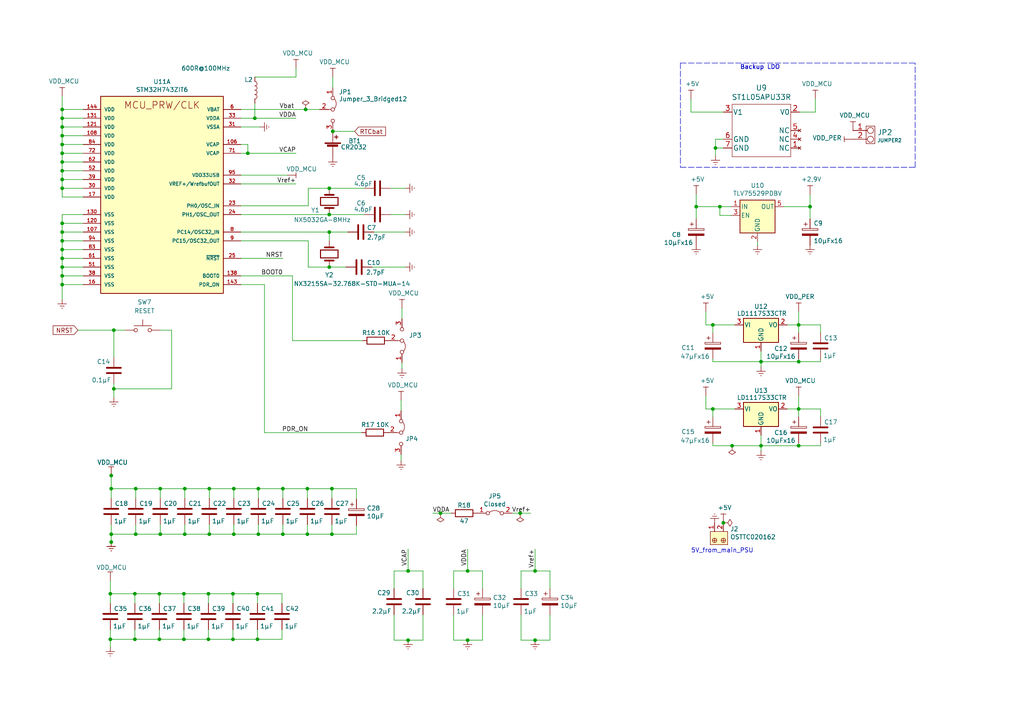
<source format=kicad_sch>
(kicad_sch (version 20211123) (generator eeschema)
  (paper "A4")
  (title_block (title "ШВУ") (date "2021-03-25") (rev "V0.3") (company "ЦВЕТМЕТНАЛАДКА") (comment 1 "Шустов В.И."))
  (junction (at 74.93 141.732))
  (junction (at 212.344 129.286))
  (junction (at 118.364 185.674))
  (junction (at 201.93 59.944))
  (junction (at 18.034 49.53))
  (junction (at 39.116 185.42))
  (junction (at 32.004 172.212))
  (junction (at 89.154 154.94))
  (junction (at 71.882 44.45))
  (junction (at 82.042 154.94))
  (junction (at 96.266 154.94))
  (junction (at 60.706 154.94))
  (junction (at 18.034 67.31))
  (junction (at 67.818 141.732))
  (junction (at 18.034 72.39))
  (junction (at 95.504 62.23))
  (junction (at 127.762 148.844))
  (junction (at 95.504 77.47))
  (junction (at 32.258 157.226))
  (junction (at 18.034 39.37))
  (junction (at 73.914 34.29))
  (junction (at 33.02 112.776))
  (junction (at 32.258 154.94))
  (junction (at 74.676 185.42))
  (junction (at 18.034 80.01))
  (junction (at 32.258 141.732))
  (junction (at 208.788 59.944))
  (junction (at 33.02 95.758))
  (junction (at 95.504 54.61))
  (junction (at 53.594 154.94))
  (junction (at 206.756 94.234))
  (junction (at 89.154 141.732))
  (junction (at 18.034 31.75))
  (junction (at 74.93 154.94))
  (junction (at 207.518 42.926))
  (junction (at 18.034 82.55))
  (junction (at 53.34 185.42))
  (junction (at 39.116 172.212))
  (junction (at 155.194 165.608))
  (junction (at 82.042 141.732))
  (junction (at 88.646 31.75))
  (junction (at 60.452 185.42))
  (junction (at 53.34 172.212))
  (junction (at 32.004 185.42))
  (junction (at 18.034 34.29))
  (junction (at 231.648 94.234))
  (junction (at 231.648 129.286))
  (junction (at 231.648 118.618))
  (junction (at 18.034 74.93))
  (junction (at 60.452 172.212))
  (junction (at 155.194 185.674))
  (junction (at 18.034 44.45))
  (junction (at 150.876 148.844))
  (junction (at 234.95 59.944))
  (junction (at 32.258 137.922))
  (junction (at 96.52 38.1))
  (junction (at 46.228 185.42))
  (junction (at 18.034 54.61))
  (junction (at 18.034 77.47))
  (junction (at 231.648 104.902))
  (junction (at 18.034 52.07))
  (junction (at 46.228 172.212))
  (junction (at 74.676 172.212))
  (junction (at 18.034 41.91))
  (junction (at 39.37 154.94))
  (junction (at 95.504 67.31))
  (junction (at 53.594 141.732))
  (junction (at 60.706 141.732))
  (junction (at 18.034 36.83))
  (junction (at 39.37 141.732))
  (junction (at 96.266 141.732))
  (junction (at 135.636 185.674))
  (junction (at 220.726 104.902))
  (junction (at 18.034 64.77))
  (junction (at 67.818 154.94))
  (junction (at 18.034 69.85))
  (junction (at 46.482 141.732))
  (junction (at 206.756 118.618))
  (junction (at 220.726 129.286))
  (junction (at 46.482 154.94))
  (junction (at 118.364 165.608))
  (junction (at 67.564 172.212))
  (junction (at 67.564 185.42))
  (junction (at 209.804 151.638))
  (junction (at 135.636 165.608))
  (junction (at 18.034 46.99))
  (wire (pts (xy 46.228 185.42) (xy 39.116 185.42)))
  (wire (pts (xy 118.364 165.608) (xy 122.682 165.608)))
  (wire (pts (xy 237.998 129.286) (xy 231.648 129.286)))
  (wire (pts (xy 69.85 41.91) (xy 71.882 41.91)))
  (wire (pts (xy 60.452 172.212) (xy 60.452 175.006)))
  (wire (pts (xy 231.648 94.234) (xy 237.998 94.234)))
  (wire (pts (xy 103.378 141.732) (xy 103.378 144.78)))
  (wire (pts (xy 227.33 59.944) (xy 234.95 59.944)))
  (wire (pts (xy 24.13 52.07) (xy 18.034 52.07)))
  (wire (pts (xy 103.378 154.94) (xy 96.266 154.94)))
  (wire (pts (xy 208.788 59.944) (xy 212.09 59.944)))
  (wire (pts (xy 67.818 154.94) (xy 67.818 152.146)))
  (wire (pts (xy 18.034 34.29) (xy 18.034 31.75)))
  (wire (pts (xy 74.93 141.732) (xy 82.042 141.732)))
  (wire (pts (xy 231.648 118.618) (xy 231.648 114.808)))
  (wire (pts (xy 231.648 96.52) (xy 231.648 94.234)))
  (polyline (pts (xy 265.43 48.514) (xy 265.43 18.288)))
  (wire (pts (xy 237.998 104.14) (xy 237.998 104.902)))
  (wire (pts (xy 24.13 64.77) (xy 18.034 64.77)))
  (wire (pts (xy 24.13 72.39) (xy 18.034 72.39)))
  (wire (pts (xy 18.034 36.83) (xy 18.034 34.29)))
  (wire (pts (xy 69.85 36.83) (xy 75.438 36.83)))
  (wire (pts (xy 18.034 64.77) (xy 18.034 67.31)))
  (wire (pts (xy 24.13 44.45) (xy 18.034 44.45)))
  (wire (pts (xy 53.594 141.732) (xy 60.706 141.732)))
  (wire (pts (xy 116.586 105.156) (xy 116.586 106.934)))
  (wire (pts (xy 220.726 106.426) (xy 220.726 104.902)))
  (wire (pts (xy 82.042 141.732) (xy 89.154 141.732)))
  (wire (pts (xy 234.95 59.944) (xy 234.95 56.388)))
  (wire (pts (xy 231.648 94.234) (xy 231.648 90.424)))
  (wire (pts (xy 206.756 94.234) (xy 213.106 94.234)))
  (wire (pts (xy 114.3 170.688) (xy 114.3 165.608)))
  (wire (pts (xy 60.452 185.42) (xy 53.34 185.42)))
  (wire (pts (xy 206.756 129.286) (xy 212.344 129.286)))
  (wire (pts (xy 53.594 154.94) (xy 46.482 154.94)))
  (wire (pts (xy 231.648 129.286) (xy 231.648 128.524)))
  (wire (pts (xy 39.37 141.732) (xy 46.482 141.732)))
  (wire (pts (xy 88.646 31.75) (xy 92.71 31.75)))
  (wire (pts (xy 24.13 41.91) (xy 18.034 41.91)))
  (wire (pts (xy 117.602 54.61) (xy 113.284 54.61)))
  (wire (pts (xy 67.818 141.732) (xy 67.818 144.526)))
  (wire (pts (xy 139.954 165.608) (xy 139.954 170.688)))
  (wire (pts (xy 231.648 118.618) (xy 237.998 118.618)))
  (wire (pts (xy 116.332 116.078) (xy 116.332 119.126)))
  (wire (pts (xy 24.13 77.47) (xy 18.034 77.47)))
  (wire (pts (xy 67.564 172.212) (xy 67.564 175.006)))
  (wire (pts (xy 69.85 67.31) (xy 95.504 67.31)))
  (wire (pts (xy 131.572 178.308) (xy 131.572 185.674)))
  (wire (pts (xy 76.708 125.476) (xy 104.902 125.476)))
  (wire (pts (xy 60.706 141.732) (xy 60.706 144.526)))
  (polyline (pts (xy 197.358 18.288) (xy 197.358 48.514)))
  (wire (pts (xy 135.636 185.674) (xy 139.954 185.674)))
  (wire (pts (xy 71.882 44.45) (xy 85.852 44.45)))
  (wire (pts (xy 206.756 104.14) (xy 206.756 104.902)))
  (wire (pts (xy 18.034 67.31) (xy 18.034 69.85)))
  (wire (pts (xy 206.756 118.618) (xy 213.106 118.618)))
  (wire (pts (xy 231.648 120.904) (xy 231.648 118.618)))
  (wire (pts (xy 18.034 49.53) (xy 18.034 46.99)))
  (wire (pts (xy 60.706 141.732) (xy 67.818 141.732)))
  (wire (pts (xy 18.034 44.45) (xy 18.034 41.91)))
  (wire (pts (xy 237.998 118.618) (xy 237.998 120.904)))
  (wire (pts (xy 96.266 154.94) (xy 96.266 152.146)))
  (wire (pts (xy 18.034 46.99) (xy 18.034 44.45)))
  (wire (pts (xy 200.406 32.512) (xy 209.804 32.512)))
  (wire (pts (xy 69.85 44.45) (xy 71.882 44.45)))
  (wire (pts (xy 69.85 69.85) (xy 89.408 69.85)))
  (wire (pts (xy 201.93 59.944) (xy 201.93 63.5)))
  (wire (pts (xy 49.784 95.758) (xy 49.784 112.776)))
  (wire (pts (xy 18.034 77.47) (xy 18.034 80.01)))
  (wire (pts (xy 201.93 56.388) (xy 201.93 59.944)))
  (wire (pts (xy 96.266 154.94) (xy 89.154 154.94)))
  (wire (pts (xy 18.034 80.01) (xy 18.034 82.55)))
  (wire (pts (xy 73.914 22.352) (xy 85.852 22.352)))
  (wire (pts (xy 46.482 154.94) (xy 46.482 152.146)))
  (wire (pts (xy 220.726 104.902) (xy 231.648 104.902)))
  (wire (pts (xy 24.13 62.23) (xy 18.034 62.23)))
  (wire (pts (xy 74.676 172.212) (xy 74.676 175.006)))
  (wire (pts (xy 220.726 129.286) (xy 231.648 129.286)))
  (wire (pts (xy 151.13 170.688) (xy 151.13 165.608)))
  (wire (pts (xy 74.676 185.42) (xy 67.564 185.42)))
  (wire (pts (xy 151.13 185.674) (xy 155.194 185.674)))
  (wire (pts (xy 89.154 141.732) (xy 89.154 144.526)))
  (wire (pts (xy 200.406 28.702) (xy 200.406 32.512)))
  (wire (pts (xy 135.636 165.608) (xy 139.954 165.608)))
  (wire (pts (xy 237.998 128.524) (xy 237.998 129.286)))
  (wire (pts (xy 107.95 77.47) (xy 117.602 77.47)))
  (wire (pts (xy 74.93 154.94) (xy 67.818 154.94)))
  (wire (pts (xy 135.636 159.258) (xy 135.636 165.608)))
  (wire (pts (xy 207.518 40.386) (xy 207.518 42.926)))
  (wire (pts (xy 237.998 94.234) (xy 237.998 96.52)))
  (wire (pts (xy 96.52 38.1) (xy 102.87 38.1)))
  (wire (pts (xy 204.724 118.618) (xy 204.724 114.808)))
  (wire (pts (xy 39.37 141.732) (xy 39.37 144.526)))
  (wire (pts (xy 46.228 172.212) (xy 46.228 175.006)))
  (wire (pts (xy 89.408 77.47) (xy 95.504 77.47)))
  (wire (pts (xy 114.3 185.674) (xy 118.364 185.674)))
  (wire (pts (xy 155.194 165.608) (xy 159.512 165.608)))
  (wire (pts (xy 89.154 154.94) (xy 82.042 154.94)))
  (wire (pts (xy 127.762 148.844) (xy 130.81 148.844)))
  (wire (pts (xy 46.482 95.758) (xy 49.784 95.758)))
  (wire (pts (xy 76.708 82.55) (xy 76.708 125.476)))
  (wire (pts (xy 18.034 57.15) (xy 18.034 54.61)))
  (wire (pts (xy 116.332 131.826) (xy 116.332 133.604)))
  (wire (pts (xy 60.706 154.94) (xy 53.594 154.94)))
  (wire (pts (xy 118.364 159.258) (xy 118.364 165.608)))
  (wire (pts (xy 82.042 154.94) (xy 74.93 154.94)))
  (wire (pts (xy 108.458 67.31) (xy 117.602 67.31)))
  (wire (pts (xy 131.572 170.688) (xy 131.572 165.608)))
  (wire (pts (xy 24.13 57.15) (xy 18.034 57.15)))
  (wire (pts (xy 18.034 52.07) (xy 18.034 49.53)))
  (wire (pts (xy 46.482 154.94) (xy 39.37 154.94)))
  (wire (pts (xy 207.518 42.926) (xy 209.804 42.926)))
  (polyline (pts (xy 197.358 18.288) (xy 265.43 18.288)))
  (wire (pts (xy 32.004 187.706) (xy 32.004 185.42)))
  (wire (pts (xy 81.788 185.42) (xy 74.676 185.42)))
  (wire (pts (xy 237.998 104.902) (xy 231.648 104.902)))
  (wire (pts (xy 95.504 54.61) (xy 105.664 54.61)))
  (wire (pts (xy 67.818 154.94) (xy 60.706 154.94)))
  (wire (pts (xy 60.452 185.42) (xy 60.452 182.626)))
  (wire (pts (xy 204.724 118.618) (xy 206.756 118.618)))
  (wire (pts (xy 84.836 80.01) (xy 84.836 98.806)))
  (wire (pts (xy 18.034 74.93) (xy 18.034 77.47)))
  (wire (pts (xy 95.504 67.31) (xy 100.838 67.31)))
  (wire (pts (xy 24.13 34.29) (xy 18.034 34.29)))
  (wire (pts (xy 151.13 165.608) (xy 155.194 165.608)))
  (wire (pts (xy 33.02 112.776) (xy 49.784 112.776)))
  (wire (pts (xy 24.13 36.83) (xy 18.034 36.83)))
  (wire (pts (xy 73.914 29.972) (xy 73.914 34.29)))
  (wire (pts (xy 96.266 141.732) (xy 96.266 144.526)))
  (wire (pts (xy 74.676 185.42) (xy 74.676 182.626)))
  (wire (pts (xy 212.344 129.286) (xy 220.726 129.286)))
  (wire (pts (xy 125.476 148.844) (xy 127.762 148.844)))
  (wire (pts (xy 33.02 112.776) (xy 33.02 115.316)))
  (wire (pts (xy 114.3 165.608) (xy 118.364 165.608)))
  (wire (pts (xy 231.902 32.512) (xy 236.474 32.512)))
  (wire (pts (xy 67.564 185.42) (xy 67.564 182.626)))
  (wire (pts (xy 69.85 59.69) (xy 89.408 59.69)))
  (wire (pts (xy 53.34 185.42) (xy 46.228 185.42)))
  (wire (pts (xy 89.154 141.732) (xy 96.266 141.732)))
  (wire (pts (xy 53.34 185.42) (xy 53.34 182.626)))
  (wire (pts (xy 24.13 80.01) (xy 18.034 80.01)))
  (wire (pts (xy 228.346 94.234) (xy 231.648 94.234)))
  (wire (pts (xy 18.034 54.61) (xy 18.034 52.07)))
  (wire (pts (xy 95.504 77.47) (xy 100.33 77.47)))
  (wire (pts (xy 69.85 80.01) (xy 84.836 80.01)))
  (wire (pts (xy 18.034 27.94) (xy 18.034 31.75)))
  (wire (pts (xy 39.116 172.212) (xy 46.228 172.212)))
  (wire (pts (xy 53.594 141.732) (xy 53.594 144.526)))
  (wire (pts (xy 73.914 34.29) (xy 69.85 34.29)))
  (wire (pts (xy 18.034 69.85) (xy 18.034 72.39)))
  (wire (pts (xy 67.818 141.732) (xy 74.93 141.732)))
  (wire (pts (xy 234.95 59.944) (xy 234.95 63.5)))
  (wire (pts (xy 159.512 185.674) (xy 159.512 178.308)))
  (wire (pts (xy 32.004 185.42) (xy 32.004 182.626)))
  (wire (pts (xy 85.852 19.812) (xy 85.852 22.352)))
  (wire (pts (xy 18.034 41.91) (xy 18.034 39.37)))
  (wire (pts (xy 231.648 104.902) (xy 231.648 104.14)))
  (wire (pts (xy 33.02 95.758) (xy 33.02 103.632)))
  (wire (pts (xy 18.034 86.868) (xy 18.034 82.55)))
  (wire (pts (xy 220.726 129.286) (xy 220.726 126.238)))
  (wire (pts (xy 69.85 50.8) (xy 83.312 50.8)))
  (wire (pts (xy 82.042 74.93) (xy 69.85 74.93)))
  (wire (pts (xy 69.85 62.23) (xy 95.504 62.23)))
  (wire (pts (xy 206.756 120.904) (xy 206.756 118.618)))
  (wire (pts (xy 150.876 148.844) (xy 148.59 148.844)))
  (wire (pts (xy 60.452 172.212) (xy 67.564 172.212)))
  (wire (pts (xy 39.116 172.212) (xy 39.116 175.006)))
  (wire (pts (xy 122.682 165.608) (xy 122.682 170.688)))
  (wire (pts (xy 209.804 40.386) (xy 207.518 40.386)))
  (wire (pts (xy 204.724 94.234) (xy 204.724 90.424)))
  (wire (pts (xy 153.924 148.844) (xy 150.876 148.844)))
  (wire (pts (xy 81.788 172.212) (xy 81.788 175.006)))
  (wire (pts (xy 33.02 111.252) (xy 33.02 112.776)))
  (wire (pts (xy 24.13 46.99) (xy 18.034 46.99)))
  (wire (pts (xy 46.482 141.732) (xy 46.482 144.526)))
  (wire (pts (xy 236.474 32.512) (xy 236.474 28.702)))
  (wire (pts (xy 32.004 172.212) (xy 32.004 175.006)))
  (wire (pts (xy 69.85 82.55) (xy 76.708 82.55)))
  (wire (pts (xy 95.504 62.23) (xy 105.664 62.23)))
  (wire (pts (xy 71.882 41.91) (xy 71.882 44.45)))
  (wire (pts (xy 39.37 154.94) (xy 39.37 152.146)))
  (wire (pts (xy 220.726 104.902) (xy 220.726 101.854)))
  (wire (pts (xy 84.836 98.806) (xy 105.156 98.806)))
  (wire (pts (xy 46.482 141.732) (xy 53.594 141.732)))
  (wire (pts (xy 103.378 152.4) (xy 103.378 154.94)))
  (wire (pts (xy 206.756 104.902) (xy 220.726 104.902)))
  (wire (pts (xy 207.518 42.926) (xy 207.518 45.212)))
  (wire (pts (xy 60.706 154.94) (xy 60.706 152.146)))
  (wire (pts (xy 53.594 154.94) (xy 53.594 152.146)))
  (wire (pts (xy 228.346 118.618) (xy 231.648 118.618)))
  (wire (pts (xy 74.93 141.732) (xy 74.93 144.526)))
  (wire (pts (xy 74.676 172.212) (xy 81.788 172.212)))
  (wire (pts (xy 113.284 62.23) (xy 117.602 62.23)))
  (wire (pts (xy 122.682 185.674) (xy 122.682 178.308)))
  (wire (pts (xy 18.034 82.55) (xy 24.13 82.55)))
  (wire (pts (xy 39.37 154.94) (xy 32.258 154.94)))
  (wire (pts (xy 24.13 49.53) (xy 18.034 49.53)))
  (wire (pts (xy 131.572 185.674) (xy 135.636 185.674)))
  (wire (pts (xy 32.258 141.732) (xy 39.37 141.732)))
  (wire (pts (xy 32.258 154.94) (xy 32.258 152.146)))
  (wire (pts (xy 32.004 172.212) (xy 39.116 172.212)))
  (wire (pts (xy 24.13 54.61) (xy 18.034 54.61)))
  (wire (pts (xy 39.116 185.42) (xy 32.004 185.42)))
  (wire (pts (xy 220.726 130.81) (xy 220.726 129.286)))
  (wire (pts (xy 67.564 185.42) (xy 60.452 185.42)))
  (wire (pts (xy 212.09 62.484) (xy 208.788 62.484)))
  (wire (pts (xy 69.85 53.34) (xy 85.852 53.34)))
  (wire (pts (xy 114.3 178.308) (xy 114.3 185.674)))
  (wire (pts (xy 131.572 165.608) (xy 135.636 165.608)))
  (wire (pts (xy 32.258 157.226) (xy 32.258 154.94)))
  (wire (pts (xy 208.788 62.484) (xy 208.788 59.944)))
  (wire (pts (xy 89.408 69.85) (xy 89.408 77.47)))
  (wire (pts (xy 33.02 95.758) (xy 36.322 95.758)))
  (wire (pts (xy 85.852 34.29) (xy 73.914 34.29)))
  (wire (pts (xy 81.788 185.42) (xy 81.788 182.626)))
  (wire (pts (xy 151.13 178.308) (xy 151.13 185.674)))
  (wire (pts (xy 32.258 141.732) (xy 32.258 144.526)))
  (wire (pts (xy 155.194 159.258) (xy 155.194 165.608)))
  (wire (pts (xy 96.52 22.352) (xy 96.52 25.4)))
  (wire (pts (xy 18.034 39.37) (xy 18.034 36.83)))
  (wire (pts (xy 206.756 96.52) (xy 206.756 94.234)))
  (wire (pts (xy 82.042 141.732) (xy 82.042 144.526)))
  (wire (pts (xy 208.788 59.944) (xy 201.93 59.944)))
  (wire (pts (xy 24.13 39.37) (xy 18.034 39.37)))
  (polyline (pts (xy 197.358 48.514) (xy 265.43 48.514)))
  (wire (pts (xy 82.042 154.94) (xy 82.042 152.146)))
  (wire (pts (xy 96.266 141.732) (xy 103.378 141.732)))
  (wire (pts (xy 46.228 185.42) (xy 46.228 182.626)))
  (wire (pts (xy 74.93 154.94) (xy 74.93 152.146)))
  (wire (pts (xy 18.034 72.39) (xy 18.034 74.93)))
  (wire (pts (xy 116.586 89.408) (xy 116.586 92.456)))
  (wire (pts (xy 53.34 172.212) (xy 60.452 172.212)))
  (wire (pts (xy 69.85 31.75) (xy 88.646 31.75)))
  (wire (pts (xy 18.034 31.75) (xy 24.13 31.75)))
  (wire (pts (xy 24.13 74.93) (xy 18.034 74.93)))
  (wire (pts (xy 155.194 185.674) (xy 159.512 185.674)))
  (wire (pts (xy 24.13 69.85) (xy 18.034 69.85)))
  (wire (pts (xy 95.504 69.85) (xy 95.504 67.31)))
  (wire (pts (xy 89.408 59.69) (xy 89.408 54.61)))
  (wire (pts (xy 32.258 137.922) (xy 32.258 141.732)))
  (wire (pts (xy 219.71 71.12) (xy 219.71 70.104)))
  (wire (pts (xy 204.724 94.234) (xy 206.756 94.234)))
  (wire (pts (xy 139.954 185.674) (xy 139.954 178.308)))
  (wire (pts (xy 18.034 62.23) (xy 18.034 64.77)))
  (wire (pts (xy 159.512 165.608) (xy 159.512 170.688)))
  (wire (pts (xy 89.408 54.61) (xy 95.504 54.61)))
  (wire (pts (xy 39.116 185.42) (xy 39.116 182.626)))
  (wire (pts (xy 46.228 172.212) (xy 53.34 172.212)))
  (wire (pts (xy 53.34 172.212) (xy 53.34 175.006)))
  (wire (pts (xy 32.004 168.402) (xy 32.004 172.212)))
  (wire (pts (xy 89.154 154.94) (xy 89.154 152.146)))
  (wire (pts (xy 24.13 67.31) (xy 18.034 67.31)))
  (wire (pts (xy 206.756 128.524) (xy 206.756 129.286)))
  (wire (pts (xy 67.564 172.212) (xy 74.676 172.212)))
  (wire (pts (xy 22.606 95.758) (xy 33.02 95.758)))
  (wire (pts (xy 118.364 185.674) (xy 122.682 185.674)))
  (text "Backup LDO" (at 214.63 20.32 0) (effects (font (size 1.27 1.27)) (justify left bottom)))
  (text "5V_from_main_PSU" (at 200.406 160.528 0) (effects (font (size 1.27 1.27)) (justify left bottom)))
  (text "Backup LDO" (at 214.63 20.32 0) (effects (font (size 1.27 1.27)) (justify left bottom)))
  (label "Vref+" (at 153.924 148.844 180))
  (label "BOOT0" (at 82.042 80.01 180))
  (label "Vref+" (at 155.194 159.258 270))
  (label "VCAP" (at 118.364 159.258 270))
  (label "Vref+" (at 85.852 53.34 180))
  (label "VCAP" (at 85.852 44.45 180))
  (label "VDDA" (at 125.476 148.844 0))
  (label "Vbat" (at 81.026 31.75 0))
  (label "NRST" (at 82.042 74.93 180))
  (label "VDDA" (at 85.852 34.29 180))
  (label "PDR_ON" (at 89.408 125.476 180))
  (label "VDDA" (at 135.636 159.258 270))
  (global_label "RTCbat" (shape input) (at 102.87 38.1 0) (property "Intersheet References" "${INTERSHEET_REFS}" (effects hide)))
  (global_label "NRST" (shape input) (at 22.606 95.758 180) (property "Intersheet References" "${INTERSHEET_REFS}" (effects hide)))
  (symbol (lib_id "Regulator_Linear:LD1117S33TR_SOT223") (at 220.726 94.234 0) (unit 1)
    (property "Reference" "U12" (at 220.726 88.9 0))
    (property "Value" "LD1117S33CTR" (at 220.98 90.932 0))
    (property "Footprint" "Package_TO_SOT_SMD:SOT-223-3_TabPin2" (effects hide))
    (property "Datasheet" "http://www.st.com/st-web-ui/static/active/en/resource/technical/document/datasheet/CD00000544.pdf" (effects hide))
  )
  (symbol (lib_id "SVIELCOM_Library:+5V") (at 204.724 90.424 0) (unit 1)
    (property "Reference" "#PWR033" (effects hide))
    (property "Value" "+5V" (at 205.105 86.0298 0))
  )
  (symbol (lib_id "Device:CP") (at 206.756 100.33 0) (unit 1)
    (property "Reference" "C11" (at 197.612 100.838 0) (effects (justify left)))
    (property "Value" "47µFx16" (at 197.358 103.378 0) (effects (justify left)))
    (property "Footprint" "Capacitor_Tantalum_SMD:CP_EIA-7343-31_Kemet-D_Pad2.25x2.55mm_HandSolder" (effects hide))
    (property "Datasheet" "https://www.farnell.com/datasheets/1995953.pdf" (effects hide))
    (property "Type" "593D476X9016D2TE3" (effects hide))
  )
  (symbol (lib_id "power:GNDREF") (at 220.726 106.426 0) (unit 1)
    (property "Reference" "#PWR035" (effects hide))
    (property "Value" "GNDREF" (effects hide))
  )
  (symbol (lib_id "SVIELCOM_Library:VDD_PER") (at 231.648 90.424 0) (unit 1)
    (property "Reference" "#PWR034" (effects hide))
    (property "Value" "VDD_PER" (at 232.029 86.0298 0))
  )
  (symbol (lib_id "Device:Crystal") (at 95.504 73.66 270) (unit 1)
    (property "Reference" "Y2" (at 95.504 79.756 90))
    (property "Value" "NX3215SA-32.768K-STD-MUA-14" (at 102.108 82.296 90))
    (property "Footprint" "Crystal:Crystal_SMD_MicroCrystal_CC7V-T1A-2Pin_3.2x1.5mm_HandSoldering" (effects hide))
  )
  (symbol (lib_id "Device:C") (at 109.474 54.61 270) (unit 1)
    (property "Reference" "C5" (at 103.378 51.562 90) (effects (justify left)))
    (property "Value" "4.6pF" (at 102.616 53.34 90) (effects (justify left)))
    (property "Footprint" "Capacitor_SMD:C_0603_1608Metric_Pad1.08x0.95mm_HandSolder" (effects hide))
    (property "Type" "CC0603CRNPO9BN4R7" (effects hide))
  )
  (symbol (lib_id "Device:C") (at 114.3 174.498 180) (unit 1)
    (property "Reference" "C29" (at 113.284 171.958 0) (effects (justify left)))
    (property "Value" "2.2µF" (at 113.538 177.292 0) (effects (justify left)))
    (property "Footprint" "Capacitor_SMD:C_0603_1608Metric_Pad1.08x0.95mm_HandSolder" (effects hide))
    (property "Type" "GRM188Z71E225KE43D" (effects hide))
  )
  (symbol (lib_id "power:GNDREF") (at 117.602 77.47 90) (unit 1)
    (property "Reference" "#PWR030" (effects hide))
    (property "Value" "GNDREF" (effects hide))
  )
  (symbol (lib_id "Device:R") (at 108.966 98.806 270) (unit 1)
    (property "Reference" "R16" (at 106.934 96.52 90))
    (property "Value" "10K" (at 111.252 96.52 90))
    (property "Footprint" "Resistor_SMD:R_0805_2012Metric_Pad1.20x1.40mm_HandSolder" (effects hide))
    (property "Type" "RC0805FR-0710KL" (effects hide))
  )
  (symbol (lib_id "power:GNDREF") (at 116.586 106.934 0) (unit 1)
    (property "Reference" "#PWR036" (effects hide))
    (property "Value" "GNDREF" (effects hide))
  )
  (symbol (lib_id "SVIELCOM_Library:VDD_MCU") (at 18.034 27.94 0) (unit 1)
    (property "Reference" "#PWR013" (effects hide))
    (property "Value" "VDD_MCU" (at 18.542 23.5458 0))
  )
  (symbol (lib_id "power:GNDREF") (at 18.034 86.868 0) (unit 1)
    (property "Reference" "#PWR031" (effects hide))
    (property "Value" "GNDREF" (effects hide))
  )
  (symbol (lib_id "SVIELCOM_Library:VDD_MCU") (at 83.312 50.8 270) (unit 1)
    (property "Reference" "#PWR021" (effects hide))
    (property "Value" "VDD_MCU" (at 83.058 49.022 90) (effects (justify left)))
  )
  (symbol (lib_id "power:GNDREF") (at 118.364 185.674 0) (unit 1)
    (property "Reference" "#PWR052" (effects hide))
    (property "Value" "GNDREF" (effects hide))
  )
  (symbol (lib_id "Device:L") (at 73.914 26.162 0) (unit 1)
    (property "Reference" "L2" (at 70.866 23.114 0) (effects (justify left)))
    (property "Value" "600R@100MHz" (at 52.578 19.812 0) (effects (justify left)))
    (property "Footprint" "Inductor_SMD:L_0805_2012Metric_Pad1.15x1.40mm_HandSolder" (effects hide))
    (property "Type" "BK2125HS601-T" (effects hide))
  )
  (symbol (lib_id "power:GNDREF") (at 75.438 36.83 90) (unit 1)
    (property "Reference" "#PWR016" (effects hide))
    (property "Value" "GNDREF" (effects hide))
  )
  (symbol (lib_id "SVIELCOM_Library:VDD_MCU") (at 96.52 22.352 0) (unit 1)
    (property "Reference" "#PWR012" (effects hide))
    (property "Value" "VDD_MCU" (at 97.028 17.9578 0))
  )
  (symbol (lib_id "Device:C") (at 33.02 107.442 180) (unit 1)
    (property "Reference" "C14" (at 32.004 104.902 0) (effects (justify left)))
    (property "Value" "0.1µF" (at 32.258 110.236 0) (effects (justify left)))
    (property "Footprint" "Capacitor_SMD:C_0603_1608Metric_Pad1.08x0.95mm_HandSolder" (effects hide))
    (property "Type" "CL10B104KC8NNNC" (effects hide))
  )
  (symbol (lib_id "Device:C") (at 131.572 174.498 0) (unit 1)
    (property "Reference" "C31" (at 132.588 172.212 0) (effects (justify left)))
    (property "Value" "1µF" (at 132.334 177.292 0) (effects (justify left)))
    (property "Footprint" "Capacitor_SMD:C_0603_1608Metric_Pad1.08x0.95mm_HandSolder" (effects hide))
    (property "Datasheet" "http://www.farnell.com/datasheets/2710676.pdf" (effects hide))
    (property "Type" "CL10B105KA8NNNC" (effects hide))
  )
  (symbol (lib_id "Device:C") (at 237.998 100.33 0) (unit 1)
    (property "Reference" "C13" (at 239.014 98.044 0) (effects (justify left)))
    (property "Value" "1µF" (at 238.76 103.124 0) (effects (justify left)))
    (property "Footprint" "Capacitor_SMD:C_0603_1608Metric_Pad1.08x0.95mm_HandSolder" (effects hide))
    (property "Datasheet" "http://www.farnell.com/datasheets/2710676.pdf" (effects hide))
    (property "Type" "CL10B105KA8NNNC" (effects hide))
  )
  (symbol (lib_id "Device:CP") (at 159.512 174.498 0) (unit 1)
    (property "Reference" "C34" (at 162.5092 173.3296 0) (effects (justify left)))
    (property "Value" "10µF" (at 162.5092 175.641 0) (effects (justify left)))
    (property "Footprint" "Capacitor_Tantalum_SMD:CP_EIA-3216-10_Kemet-I" (effects hide))
    (property "Datasheet" "http://www.mouser.com/ds/2/427/593d-239975.pdf" (effects hide))
    (property "Type" "593D106X9016A2TE3" (effects hide))
  )
  (symbol (lib_id "Jumper:Jumper_2_Bridged") (at 143.51 148.844 0) (unit 1)
    (property "Reference" "JP5" (at 143.51 143.891 0))
    (property "Value" "Closed" (at 143.51 146.2024 0))
    (property "Footprint" "Jumper:SolderJumper-2_P1.3mm_Open_RoundedPad1.0x1.5mm" (effects hide))
  )
  (symbol (lib_id "Device:C") (at 32.258 148.336 0) (unit 1)
    (property "Reference" "C18" (at 33.274 146.05 0) (effects (justify left)))
    (property "Value" "1µF" (at 33.02 151.13 0) (effects (justify left)))
    (property "Footprint" "Capacitor_SMD:C_0603_1608Metric_Pad1.08x0.95mm_HandSolder" (effects hide))
    (property "Datasheet" "http://www.farnell.com/datasheets/2710676.pdf" (effects hide))
    (property "Type" "CL10B105KA8NNNC" (effects hide))
  )
  (symbol (lib_id "Device:C") (at 67.818 148.336 0) (unit 1)
    (property "Reference" "C23" (at 68.834 146.05 0) (effects (justify left)))
    (property "Value" "1µF" (at 68.58 151.13 0) (effects (justify left)))
    (property "Footprint" "Capacitor_SMD:C_0603_1608Metric_Pad1.08x0.95mm_HandSolder" (effects hide))
    (property "Datasheet" "http://www.farnell.com/datasheets/2710676.pdf" (effects hide))
    (property "Type" "CL10B105KA8NNNC" (effects hide))
  )
  (symbol (lib_id "Device:C") (at 74.93 148.336 0) (unit 1)
    (property "Reference" "C24" (at 75.946 146.05 0) (effects (justify left)))
    (property "Value" "1µF" (at 75.692 151.13 0) (effects (justify left)))
    (property "Footprint" "Capacitor_SMD:C_0603_1608Metric_Pad1.08x0.95mm_HandSolder" (effects hide))
    (property "Datasheet" "http://www.farnell.com/datasheets/2710676.pdf" (effects hide))
    (property "Type" "CL10B105KA8NNNC" (effects hide))
  )
  (symbol (lib_id "Device:C") (at 82.042 148.336 0) (unit 1)
    (property "Reference" "C25" (at 83.058 146.05 0) (effects (justify left)))
    (property "Value" "1µF" (at 82.804 151.13 0) (effects (justify left)))
    (property "Footprint" "Capacitor_SMD:C_0603_1608Metric_Pad1.08x0.95mm_HandSolder" (effects hide))
    (property "Datasheet" "http://www.farnell.com/datasheets/2710676.pdf" (effects hide))
    (property "Type" "CL10B105KA8NNNC" (effects hide))
  )
  (symbol (lib_id "Device:C") (at 89.154 148.336 0) (unit 1)
    (property "Reference" "C26" (at 90.17 146.05 0) (effects (justify left)))
    (property "Value" "1µF" (at 89.916 151.13 0) (effects (justify left)))
    (property "Footprint" "Capacitor_SMD:C_0603_1608Metric_Pad1.08x0.95mm_HandSolder" (effects hide))
    (property "Datasheet" "http://www.farnell.com/datasheets/2710676.pdf" (effects hide))
    (property "Type" "CL10B105KA8NNNC" (effects hide))
  )
  (symbol (lib_id "Device:CP") (at 206.756 124.714 0) (unit 1)
    (property "Reference" "C15" (at 197.612 125.222 0) (effects (justify left)))
    (property "Value" "47µFx16" (at 197.358 127.762 0) (effects (justify left)))
    (property "Footprint" "Capacitor_Tantalum_SMD:CP_EIA-7343-31_Kemet-D_Pad2.25x2.55mm_HandSolder" (effects hide))
    (property "Datasheet" "https://www.farnell.com/datasheets/1995953.pdf" (effects hide))
    (property "Type" "593D476X9016D2TE3" (effects hide))
  )
  (symbol (lib_id "SVIELCOM_Library:VDD_MCU") (at 231.648 114.808 0) (unit 1)
    (property "Reference" "#PWR038" (effects hide))
    (property "Value" "VDD_MCU" (at 232.156 110.4138 0))
  )
  (symbol (lib_id "SVIELCOM_Library:ST1L05APU33R") (at 204.724 40.386 0) (unit 1)
    (property "Reference" "U9" (at 220.853 25.4762 0) (effects (font (size 1.524 1.524))))
    (property "Value" "ST1L05APU33R" (at 220.853 28.1686 0) (effects (font (size 1.524 1.524))))
    (property "Footprint" "SVIELCOM:ST1L05APU33R" (effects hide))
    (property "Datasheet" "https://my.st.com/resource/en/datasheet/st1l05.pdf" (effects hide))
  )
  (symbol (lib_id "Device:CP") (at 103.378 148.59 0) (unit 1)
    (property "Reference" "C28" (at 106.3752 147.4216 0) (effects (justify left)))
    (property "Value" "10µF" (at 106.3752 149.733 0) (effects (justify left)))
    (property "Footprint" "Capacitor_Tantalum_SMD:CP_EIA-3216-10_Kemet-I" (effects hide))
    (property "Datasheet" "http://www.mouser.com/ds/2/427/593d-239975.pdf" (effects hide))
    (property "Type" "593D106X9016A2TE3" (effects hide))
  )
  (symbol (lib_id "power:GNDREF") (at 32.258 157.226 0) (unit 1)
    (property "Reference" "#PWR049" (effects hide))
    (property "Value" "GNDREF" (effects hide))
  )
  (symbol (lib_id "SVIELCOM_Library:VDD_MCU") (at 32.258 137.922 0) (unit 1)
    (property "Reference" "#PWR043" (effects hide))
    (property "Value" "VDD_MCU" (at 28.194 134.112 0) (effects (justify left)))
  )
  (symbol (lib_id "Device:R") (at 108.712 125.476 270) (unit 1)
    (property "Reference" "R17" (at 106.68 123.19 90))
    (property "Value" "10K" (at 110.998 123.19 90))
    (property "Footprint" "Resistor_SMD:R_0805_2012Metric_Pad1.20x1.40mm_HandSolder" (effects hide))
    (property "Type" "RC0805FR-0710KL" (effects hide))
  )
  (symbol (lib_id "Device:C") (at 39.116 178.816 0) (unit 1)
    (property "Reference" "C36" (at 40.132 176.53 0) (effects (justify left)))
    (property "Value" "1µF" (at 39.878 181.61 0) (effects (justify left)))
    (property "Footprint" "Capacitor_SMD:C_0603_1608Metric_Pad1.08x0.95mm_HandSolder" (effects hide))
    (property "Datasheet" "http://www.farnell.com/datasheets/2710676.pdf" (effects hide))
    (property "Type" "CL10B105KA8NNNC" (effects hide))
  )
  (symbol (lib_id "Device:C") (at 46.228 178.816 0) (unit 1)
    (property "Reference" "C37" (at 47.244 176.53 0) (effects (justify left)))
    (property "Value" "1µF" (at 46.99 181.61 0) (effects (justify left)))
    (property "Footprint" "Capacitor_SMD:C_0603_1608Metric_Pad1.08x0.95mm_HandSolder" (effects hide))
    (property "Datasheet" "http://www.farnell.com/datasheets/2710676.pdf" (effects hide))
    (property "Type" "CL10B105KA8NNNC" (effects hide))
  )
  (symbol (lib_id "Device:C") (at 60.452 178.816 0) (unit 1)
    (property "Reference" "C39" (at 61.468 176.53 0) (effects (justify left)))
    (property "Value" "1µF" (at 61.214 181.61 0) (effects (justify left)))
    (property "Footprint" "Capacitor_SMD:C_0603_1608Metric_Pad1.08x0.95mm_HandSolder" (effects hide))
    (property "Datasheet" "http://www.farnell.com/datasheets/2710676.pdf" (effects hide))
    (property "Type" "CL10B105KA8NNNC" (effects hide))
  )
  (symbol (lib_id "Device:C") (at 74.676 178.816 0) (unit 1)
    (property "Reference" "C41" (at 75.692 176.53 0) (effects (justify left)))
    (property "Value" "1µF" (at 75.438 181.61 0) (effects (justify left)))
    (property "Footprint" "Capacitor_SMD:C_0603_1608Metric_Pad1.08x0.95mm_HandSolder" (effects hide))
    (property "Datasheet" "http://www.farnell.com/datasheets/2710676.pdf" (effects hide))
    (property "Type" "CL10B105KA8NNNC" (effects hide))
  )
  (symbol (lib_id "Device:C") (at 81.788 178.816 0) (unit 1)
    (property "Reference" "C42" (at 82.804 176.53 0) (effects (justify left)))
    (property "Value" "1µF" (at 82.55 181.61 0) (effects (justify left)))
    (property "Footprint" "Capacitor_SMD:C_0603_1608Metric_Pad1.08x0.95mm_HandSolder" (effects hide))
    (property "Datasheet" "http://www.farnell.com/datasheets/2710676.pdf" (effects hide))
    (property "Type" "CL10B105KA8NNNC" (effects hide))
  )
  (symbol (lib_id "power:GNDREF") (at 32.004 187.706 0) (unit 1)
    (property "Reference" "#PWR055" (effects hide))
    (property "Value" "GNDREF" (effects hide))
  )
  (symbol (lib_id "SVIELCOM_Library:VDD_MCU") (at 32.004 168.402 0) (unit 1)
    (property "Reference" "#PWR051" (effects hide))
    (property "Value" "VDD_MCU" (at 27.94 164.592 0) (effects (justify left)))
  )
  (symbol (lib_id "freetronics_schematic:JUMPER2") (at 255.016 37.846 0) (unit 1)
    (property "Reference" "JP2" (at 254.4572 38.4048 0) (effects (font (size 1.524 1.524)) (justify left)))
    (property "Value" "JUMPER2" (at 254.4572 40.7162 0) (effects (font (size 1.016 1.016)) (justify left)))
    (property "Footprint" "Connector_PinHeader_2.54mm:PinHeader_1x02_P2.54mm_Vertical" (effects hide))
  )
  (symbol (lib_id "SVIELCOM_Library:VDD_MCU") (at 247.396 37.846 0) (unit 1)
    (property "Reference" "#PWR017" (effects hide))
    (property "Value" "VDD_MCU" (at 247.904 33.4518 0))
  )
  (symbol (lib_id "Device:CP") (at 231.648 100.33 0) (unit 1)
    (property "Reference" "C12" (at 224.536 101.092 0) (effects (justify left)))
    (property "Value" "10µFx16" (at 222.25 103.378 0) (effects (justify left)))
    (property "Footprint" "Capacitor_Tantalum_SMD:CP_EIA-3216-10_Kemet-I" (effects hide))
    (property "Type" "593D106X9016A2TE3" (effects hide))
  )
  (symbol (lib_id "Regulator_Linear:TLV75529PDBV") (at 219.71 62.484 0) (unit 1)
    (property "Reference" "U10" (at 219.71 53.7972 0))
    (property "Value" "TLV75529PDBV" (at 219.71 56.1086 0))
    (property "Footprint" "Package_TO_SOT_SMD:SOT-23-5" (effects hide))
    (property "Datasheet" "http://www.ti.com/lit/ds/symlink/tlv755p.pdf" (effects hide))
  )
  (symbol (lib_id "SVIELCOM_Library:STM32H743ZIT6") (at 46.99 66.04 0) (unit 1)
    (property "Reference" "U11" (at 46.99 23.6982 0))
    (property "Value" "STM32H743ZIT6" (at 46.99 26.0096 0))
    (property "Footprint" "SVIELCOM:QFP50P2200X2200X160-144N" (effects hide))
    (property "MANUFACTURER" "STMicroelectronics" (effects hide))
    (property "PARTREV" "7" (effects hide))
    (property "MAXIMUM_PACKAGE_HEIGHT" "1.6 mm" (effects hide))
    (property "STANDARD" "IPC-7351B" (effects hide))
  )
  (symbol (lib_id "Device:C") (at 109.474 62.23 270) (unit 1)
    (property "Reference" "C6" (at 103.378 58.928 90) (effects (justify left)))
    (property "Value" "4.6pF" (at 102.616 60.706 90) (effects (justify left)))
    (property "Footprint" "Capacitor_SMD:C_0603_1608Metric_Pad1.08x0.95mm_HandSolder" (effects hide))
    (property "Type" "CC0603CRNPO9BN4R7" (effects hide))
  )
  (symbol (lib_id "power:GNDREF") (at 117.602 62.23 90) (unit 1)
    (property "Reference" "#PWR025" (effects hide))
    (property "Value" "GNDREF" (effects hide))
  )
  (symbol (lib_id "power:GNDREF") (at 117.602 54.61 90) (unit 1)
    (property "Reference" "#PWR022" (effects hide))
    (property "Value" "GNDREF" (effects hide))
  )
  (symbol (lib_id "Device:Crystal") (at 95.504 58.42 270) (unit 1)
    (property "Reference" "Y1" (at 91.44 60.96 90))
    (property "Value" "NX5032GA-8MHz" (at 93.472 63.754 90))
    (property "Footprint" "Crystal:Crystal_SMD_5032-2Pin_5.0x3.2mm" (effects hide))
  )
  (symbol (lib_id "Device:C") (at 104.648 67.31 270) (unit 1)
    (property "Reference" "C7" (at 106.426 66.04 90) (effects (justify left)))
    (property "Value" "2.7pF" (at 106.426 68.834 90) (effects (justify left)))
    (property "Footprint" "Capacitor_SMD:C_0603_1608Metric_Pad1.08x0.95mm_HandSolder" (effects hide))
    (property "Datasheet" "https://www.mouser.com/ds/2/447/Yageo_UPY-GP_NP0_16V-to-50V_9-1211922.pdf" (effects hide))
    (property "Type" "CC0603BRNPO9BN2R7" (effects hide))
  )
  (symbol (lib_id "Device:C") (at 104.14 77.47 270) (unit 1)
    (property "Reference" "C10" (at 106.426 76.2 90) (effects (justify left)))
    (property "Value" "2.7pF" (at 106.172 78.994 90) (effects (justify left)))
    (property "Footprint" "Capacitor_SMD:C_0603_1608Metric_Pad1.08x0.95mm_HandSolder" (effects hide))
    (property "Datasheet" "https://www.mouser.com/ds/2/447/Yageo_UPY-GP_NP0_16V-to-50V_9-1211922.pdf" (effects hide))
    (property "Type" "CC0603BRNPO9BN2R7" (effects hide))
  )
  (symbol (lib_id "power:GNDREF") (at 117.602 67.31 90) (unit 1)
    (property "Reference" "#PWR026" (effects hide))
    (property "Value" "GNDREF" (effects hide))
  )
  (symbol (lib_id "Device:C") (at 122.682 174.498 180) (unit 1)
    (property "Reference" "C30" (at 121.666 171.958 0) (effects (justify left)))
    (property "Value" "2.2µF" (at 122.174 177.292 0) (effects (justify left)))
    (property "Footprint" "Capacitor_SMD:C_0603_1608Metric_Pad1.08x0.95mm_HandSolder" (effects hide))
    (property "Type" "GRM188Z71E225KE43D" (effects hide))
  )
  (symbol (lib_id "Jumper:Jumper_3_Bridged12") (at 96.52 31.75 270) (unit 1)
    (property "Reference" "JP1" (at 98.298 26.67 90) (effects (justify left)))
    (property "Value" "Jumper_3_Bridged12" (at 98.298 28.702 90) (effects (justify left)))
    (property "Footprint" "Jumper:SolderJumper-3_P1.3mm_Open_RoundedPad1.0x1.5mm_NumberLabels" (effects hide))
  )
  (symbol (lib_id "Device:Battery_Cell") (at 96.52 43.18 0) (unit 1)
    (property "Reference" "BT1" (at 102.87 40.894 0))
    (property "Value" "CR2032" (at 102.616 42.672 0))
    (property "Footprint" "SVIELCOM:BAT_BS-7" (effects hide))
  )
  (symbol (lib_id "power:GNDREF") (at 96.52 45.72 0) (unit 1)
    (property "Reference" "#PWR020" (effects hide))
    (property "Value" "GNDREF" (effects hide))
  )
  (symbol (lib_id "SVIELCOM_Library:VDD_MCU") (at 85.852 19.812 0) (unit 1)
    (property "Reference" "#PWR011" (effects hide))
    (property "Value" "VDD_MCU" (at 86.36 15.4178 0))
  )
  (symbol (lib_id "power:GNDREF") (at 135.636 185.674 0) (unit 1)
    (property "Reference" "#PWR053" (effects hide))
    (property "Value" "GNDREF" (effects hide))
  )
  (symbol (lib_id "Jumper:Jumper_3_Bridged12") (at 116.586 98.806 270) (mirror x) (unit 1)
    (property "Reference" "JP3" (at 118.618 97.282 90) (effects (justify left)))
    (property "Value" "BOOT0" (effects hide))
    (property "Footprint" "Connector_PinHeader_2.54mm:PinHeader_1x03_P2.54mm_Horizontal" (effects hide))
  )
  (symbol (lib_id "SVIELCOM_Library:VDD_MCU") (at 116.586 89.408 0) (unit 1)
    (property "Reference" "#PWR032" (effects hide))
    (property "Value" "VDD_MCU" (at 117.094 85.0138 0))
  )
  (symbol (lib_id "power:GNDREF") (at 33.02 115.316 0) (unit 1)
    (property "Reference" "#PWR039" (effects hide))
    (property "Value" "GNDREF" (effects hide))
  )
  (symbol (lib_id "Device:CP") (at 139.954 174.498 0) (unit 1)
    (property "Reference" "C32" (at 142.9512 173.3296 0) (effects (justify left)))
    (property "Value" "10µF" (at 142.9512 175.641 0) (effects (justify left)))
    (property "Footprint" "Capacitor_Tantalum_SMD:CP_EIA-3216-10_Kemet-I" (effects hide))
    (property "Datasheet" "http://www.mouser.com/ds/2/427/593d-239975.pdf" (effects hide))
    (property "Type" "593D106X9016A2TE3" (effects hide))
  )
  (symbol (lib_id "power:GNDREF") (at 155.194 185.674 0) (unit 1)
    (property "Reference" "#PWR054" (effects hide))
    (property "Value" "GNDREF" (effects hide))
  )
  (symbol (lib_id "Device:C") (at 151.13 174.498 0) (unit 1)
    (property "Reference" "C33" (at 152.146 172.212 0) (effects (justify left)))
    (property "Value" "1µF" (at 151.892 177.292 0) (effects (justify left)))
    (property "Footprint" "Capacitor_SMD:C_0603_1608Metric_Pad1.08x0.95mm_HandSolder" (effects hide))
    (property "Datasheet" "http://www.farnell.com/datasheets/2710676.pdf" (effects hide))
    (property "Type" "CL10B105KA8NNNC" (effects hide))
  )
  (symbol (lib_id "Device:C") (at 39.37 148.336 0) (unit 1)
    (property "Reference" "C19" (at 40.386 146.05 0) (effects (justify left)))
    (property "Value" "1µF" (at 40.132 151.13 0) (effects (justify left)))
    (property "Footprint" "Capacitor_SMD:C_0603_1608Metric_Pad1.08x0.95mm_HandSolder" (effects hide))
    (property "Datasheet" "http://www.farnell.com/datasheets/2710676.pdf" (effects hide))
    (property "Type" "CL10B105KA8NNNC" (effects hide))
  )
  (symbol (lib_id "Device:C") (at 46.482 148.336 0) (unit 1)
    (property "Reference" "C20" (at 47.498 146.05 0) (effects (justify left)))
    (property "Value" "1µF" (at 47.244 151.13 0) (effects (justify left)))
    (property "Footprint" "Capacitor_SMD:C_0603_1608Metric_Pad1.08x0.95mm_HandSolder" (effects hide))
    (property "Datasheet" "http://www.farnell.com/datasheets/2710676.pdf" (effects hide))
    (property "Type" "CL10B105KA8NNNC" (effects hide))
  )
  (symbol (lib_id "Device:C") (at 53.594 148.336 0) (unit 1)
    (property "Reference" "C21" (at 54.61 146.05 0) (effects (justify left)))
    (property "Value" "1µF" (at 54.356 151.13 0) (effects (justify left)))
    (property "Footprint" "Capacitor_SMD:C_0603_1608Metric_Pad1.08x0.95mm_HandSolder" (effects hide))
    (property "Datasheet" "http://www.farnell.com/datasheets/2710676.pdf" (effects hide))
    (property "Type" "CL10B105KA8NNNC" (effects hide))
  )
  (symbol (lib_id "Device:C") (at 60.706 148.336 0) (unit 1)
    (property "Reference" "C22" (at 61.722 146.05 0) (effects (justify left)))
    (property "Value" "1µF" (at 61.468 151.13 0) (effects (justify left)))
    (property "Footprint" "Capacitor_SMD:C_0603_1608Metric_Pad1.08x0.95mm_HandSolder" (effects hide))
    (property "Datasheet" "http://www.farnell.com/datasheets/2710676.pdf" (effects hide))
    (property "Type" "CL10B105KA8NNNC" (effects hide))
  )
  (symbol (lib_id "Device:C") (at 96.266 148.336 0) (unit 1)
    (property "Reference" "C27" (at 97.282 146.05 0) (effects (justify left)))
    (property "Value" "1µF" (at 97.028 151.13 0) (effects (justify left)))
    (property "Footprint" "Capacitor_SMD:C_0603_1608Metric_Pad1.08x0.95mm_HandSolder" (effects hide))
    (property "Datasheet" "http://www.farnell.com/datasheets/2710676.pdf" (effects hide))
    (property "Type" "CL10B105KA8NNNC" (effects hide))
  )
  (symbol (lib_id "Regulator_Linear:LD1117S33TR_SOT223") (at 220.726 118.618 0) (unit 1)
    (property "Reference" "U13" (at 220.726 113.284 0))
    (property "Value" "LD1117S33CTR" (at 220.98 115.316 0))
    (property "Footprint" "Package_TO_SOT_SMD:SOT-223-3_TabPin2" (effects hide))
    (property "Datasheet" "http://www.st.com/st-web-ui/static/active/en/resource/technical/document/datasheet/CD00000544.pdf" (effects hide))
  )
  (symbol (lib_id "SVIELCOM_Library:+5V") (at 204.724 114.808 0) (unit 1)
    (property "Reference" "#PWR037" (effects hide))
    (property "Value" "+5V" (at 205.105 110.4138 0))
  )
  (symbol (lib_id "power:GNDREF") (at 220.726 130.81 0) (unit 1)
    (property "Reference" "#PWR041" (effects hide))
    (property "Value" "GNDREF" (effects hide))
  )
  (symbol (lib_id "Device:CP") (at 231.648 124.714 0) (unit 1)
    (property "Reference" "C16" (at 224.536 125.476 0) (effects (justify left)))
    (property "Value" "10µFx16" (at 222.25 127.762 0) (effects (justify left)))
    (property "Footprint" "Capacitor_Tantalum_SMD:CP_EIA-3216-10_Kemet-I" (effects hide))
    (property "Type" "593D106X9016A2TE3" (effects hide))
  )
  (symbol (lib_id "Device:C") (at 237.998 124.714 0) (unit 1)
    (property "Reference" "C17" (at 239.014 122.428 0) (effects (justify left)))
    (property "Value" "1µF" (at 238.76 127.508 0) (effects (justify left)))
    (property "Footprint" "Capacitor_SMD:C_0603_1608Metric_Pad1.08x0.95mm_HandSolder" (effects hide))
    (property "Datasheet" "http://www.farnell.com/datasheets/2710676.pdf" (effects hide))
    (property "Type" "CL10B105KA8NNNC" (effects hide))
  )
  (symbol (lib_id "power:GNDREF") (at 201.93 71.12 0) (unit 1)
    (property "Reference" "#PWR027" (effects hide))
    (property "Value" "GNDREF" (effects hide))
  )
  (symbol (lib_id "power:GNDREF") (at 234.95 71.12 0) (unit 1)
    (property "Reference" "#PWR029" (effects hide))
    (property "Value" "GNDREF" (effects hide))
  )
  (symbol (lib_id "SVIELCOM_Library:+5V") (at 200.406 28.702 0) (unit 1)
    (property "Reference" "#PWR014" (effects hide))
    (property "Value" "+5V" (at 200.787 24.3078 0))
  )
  (symbol (lib_id "power:GNDREF") (at 207.518 45.212 0) (unit 1)
    (property "Reference" "#PWR019" (effects hide))
    (property "Value" "GNDREF" (effects hide))
  )
  (symbol (lib_id "SVIELCOM_Library:VDD_MCU") (at 236.474 28.702 0) (unit 1)
    (property "Reference" "#PWR015" (effects hide))
    (property "Value" "VDD_MCU" (at 236.982 24.3078 0))
  )
  (symbol (lib_id "power:GNDREF") (at 32.258 157.226 0) (unit 1)
    (property "Reference" "#PWR050" (effects hide))
    (property "Value" "GNDREF" (effects hide))
  )
  (symbol (lib_id "SVIELCOM_Library:VDD_MCU") (at 32.258 137.922 0) (unit 1)
    (property "Reference" "#PWR044" (effects hide))
    (property "Value" "VDD_MCU" (at 28.194 134.112 0) (effects (justify left)))
  )
  (symbol (lib_id "power:GNDREF") (at 116.332 133.604 0) (unit 1)
    (property "Reference" "#PWR042" (effects hide))
    (property "Value" "GNDREF" (effects hide))
  )
  (symbol (lib_id "Jumper:Jumper_3_Bridged12") (at 116.332 125.476 270) (unit 1)
    (property "Reference" "JP4" (at 117.602 127.254 90) (effects (justify left)))
    (property "Value" "Jumper_3_Bridged12" (effects hide))
    (property "Footprint" "Jumper:SolderJumper-3_P1.3mm_Open_RoundedPad1.0x1.5mm_NumberLabels" (effects hide))
  )
  (symbol (lib_id "SVIELCOM_Library:VDD_MCU") (at 116.332 116.078 0) (unit 1)
    (property "Reference" "#PWR040" (effects hide))
    (property "Value" "VDD_MCU" (at 116.84 111.6838 0))
  )
  (symbol (lib_id "SVIELCOM_Library:+5V") (at 201.93 56.388 0) (unit 1)
    (property "Reference" "#PWR023" (effects hide))
    (property "Value" "+5V" (at 202.311 51.9938 0))
  )
  (symbol (lib_id "Device:CP") (at 201.93 67.31 0) (unit 1)
    (property "Reference" "C8" (at 194.818 68.072 0) (effects (justify left)))
    (property "Value" "10µFx16" (at 192.532 70.358 0) (effects (justify left)))
    (property "Footprint" "Capacitor_Tantalum_SMD:CP_EIA-3216-10_Kemet-I" (effects hide))
    (property "Type" "593D106X9016A2TE3" (effects hide))
  )
  (symbol (lib_id "Device:C") (at 32.004 178.816 0) (unit 1)
    (property "Reference" "C35" (at 33.02 176.53 0) (effects (justify left)))
    (property "Value" "1µF" (at 32.766 181.61 0) (effects (justify left)))
    (property "Footprint" "Capacitor_SMD:C_0603_1608Metric_Pad1.08x0.95mm_HandSolder" (effects hide))
    (property "Datasheet" "http://www.farnell.com/datasheets/2710676.pdf" (effects hide))
    (property "Type" "CL10B105KA8NNNC" (effects hide))
  )
  (symbol (lib_id "Device:C") (at 53.34 178.816 0) (unit 1)
    (property "Reference" "C38" (at 54.356 176.53 0) (effects (justify left)))
    (property "Value" "1µF" (at 54.102 181.61 0) (effects (justify left)))
    (property "Footprint" "Capacitor_SMD:C_0603_1608Metric_Pad1.08x0.95mm_HandSolder" (effects hide))
    (property "Datasheet" "http://www.farnell.com/datasheets/2710676.pdf" (effects hide))
    (property "Type" "CL10B105KA8NNNC" (effects hide))
  )
  (symbol (lib_id "Device:C") (at 67.564 178.816 0) (unit 1)
    (property "Reference" "C40" (at 68.58 176.53 0) (effects (justify left)))
    (property "Value" "1µF" (at 68.326 181.61 0) (effects (justify left)))
    (property "Footprint" "Capacitor_SMD:C_0603_1608Metric_Pad1.08x0.95mm_HandSolder" (effects hide))
    (property "Datasheet" "http://www.farnell.com/datasheets/2710676.pdf" (effects hide))
    (property "Type" "CL10B105KA8NNNC" (effects hide))
  )
  (symbol (lib_id "power:GNDREF") (at 219.71 71.12 0) (unit 1)
    (property "Reference" "#PWR028" (effects hide))
    (property "Value" "GNDREF" (effects hide))
  )
  (symbol (lib_id "Device:CP") (at 234.95 67.31 0) (unit 1)
    (property "Reference" "C9" (at 235.966 64.77 0) (effects (justify left)))
    (property "Value" "10µFx16" (at 235.966 69.85 0) (effects (justify left)))
    (property "Footprint" "Capacitor_Tantalum_SMD:CP_EIA-3216-10_Kemet-I" (effects hide))
    (property "Type" "593D106X9016A2TE3" (effects hide))
  )
  (symbol (lib_id "power:PWR_FLAG") (at 212.344 129.286 180) (unit 1)
    (property "Reference" "#FLG0101" (effects hide))
    (property "Value" "PWR_FLAG" (effects hide))
  )
  (symbol (lib_id "SVIELCOM_Library:+2.9V_SD") (at 234.95 56.388 0) (unit 1)
    (property "Reference" "#PWR024" (effects hide))
    (property "Value" "+2.9V_SD" (at 235.331 51.9938 0))
  )
  (symbol (lib_id "SVIELCOM_Library:VDD_PER") (at 247.396 40.386 90) (unit 1)
    (property "Reference" "#PWR018" (effects hide))
    (property "Value" "VDD_PER" (at 244.1448 40.005 90) (effects (justify left)))
  )
  (symbol (lib_id "Switch:SW_Push") (at 41.402 95.758 0) (unit 1)
    (property "Reference" "SW7" (at 41.91 87.63 0))
    (property "Value" "RESET" (at 41.91 90.17 0))
    (property "Footprint" "Button_Switch_THT:SW_PUSH_6mm" (effects hide))
  )
  (symbol (lib_id "Device:R") (at 134.62 148.844 270) (unit 1)
    (property "Reference" "R18" (at 134.62 146.558 90))
    (property "Value" "47" (at 134.62 151.13 90))
    (property "Footprint" "Resistor_SMD:R_0805_2012Metric_Pad1.20x1.40mm_HandSolder" (effects hide))
    (property "Type" "RC0805FR-0747RL" (effects hide))
  )
  (symbol (lib_id "dk_Terminal-Blocks-Wire-to-Board:OSTTC020162") (at 207.264 156.718 0) (unit 1)
    (property "Reference" "J2" (at 211.7852 153.4414 0) (effects (justify left)))
    (property "Value" "OSTTC020162" (at 211.7852 155.7528 0) (effects (justify left)))
    (property "Footprint" "digikey-footprints:Term_Block_1x2_P5mm" (effects hide))
    (property "Datasheet" "http://www.on-shore.com/wp-content/uploads/OSTTCXX0162.pdf" (effects hide))
    (property "Digi-Key_PN" "ED2600-ND" (effects hide))
    (property "MPN" "OSTTC020162" (effects hide))
    (property "Category" "Connectors, Interconnects" (effects hide))
    (property "Family" "Terminal Blocks - Wire to Board" (effects hide))
    (property "DK_Datasheet_Link" "http://www.on-shore.com/wp-content/uploads/OSTTCXX0162.pdf" (effects hide))
    (property "DK_Detail_Page" "/product-detail/en/on-shore-technology-inc/OSTTC020162/ED2600-ND/614549" (effects hide))
    (property "Description" "TERM BLK 2POS SIDE ENTRY 5MM PCB" (effects hide))
    (property "Manufacturer" "On Shore Technology Inc." (effects hide))
    (property "Status" "Active" (effects hide))
  )
  (symbol (lib_id "power:GNDREF") (at 207.264 151.638 180) (unit 1)
    (property "Reference" "#PWR045" (effects hide))
    (property "Value" "GNDREF" (effects hide))
  )
  (symbol (lib_id "SVIELCOM_Library:+5V") (at 209.804 151.638 0) (unit 1)
    (property "Reference" "#PWR046" (effects hide))
    (property "Value" "+5V" (at 210.185 147.2438 0))
  )
  (symbol (lib_id "power:PWR_FLAG") (at 209.804 151.638 270) (unit 1)
    (property "Reference" "#FLG07" (effects hide))
    (property "Value" "PWR_FLAG" (effects hide))
  )
  (symbol (lib_id "power:PWR_FLAG") (at 88.646 31.75 0) (unit 1)
    (property "Reference" "#FLG04" (effects hide))
    (property "Value" "PWR_FLAG" (effects hide))
  )
  (symbol (lib_id "power:PWR_FLAG") (at 150.876 148.844 180) (unit 1)
    (property "Reference" "#FLG06" (effects hide))
    (property "Value" "PWR_FLAG" (effects hide))
  )
  (symbol (lib_id "power:PWR_FLAG") (at 127.762 148.844 180) (unit 1)
    (property "Reference" "#FLG05" (effects hide))
    (property "Value" "PWR_FLAG" (effects hide))
  )
)
</source>
